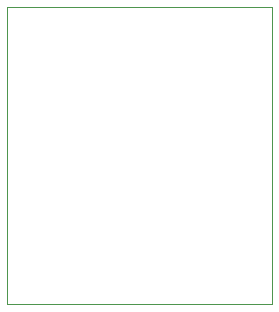
<source format=gm1>
G04 #@! TF.GenerationSoftware,KiCad,Pcbnew,(6.0.0-0)*
G04 #@! TF.CreationDate,2021-12-28T15:21:02+01:00*
G04 #@! TF.ProjectId,7segment,37736567-6d65-46e7-942e-6b696361645f,rev?*
G04 #@! TF.SameCoordinates,Original*
G04 #@! TF.FileFunction,Profile,NP*
%FSLAX46Y46*%
G04 Gerber Fmt 4.6, Leading zero omitted, Abs format (unit mm)*
G04 Created by KiCad (PCBNEW (6.0.0-0)) date 2021-12-28 15:21:02*
%MOMM*%
%LPD*%
G01*
G04 APERTURE LIST*
G04 #@! TA.AperFunction,Profile*
%ADD10C,0.050000*%
G04 #@! TD*
G04 APERTURE END LIST*
D10*
X120650000Y-102997000D02*
X143129000Y-102997000D01*
X143129000Y-102997000D02*
X143129000Y-128143000D01*
X120650000Y-128143000D02*
X120650000Y-102997000D01*
X143129000Y-128143000D02*
X120650000Y-128143000D01*
M02*

</source>
